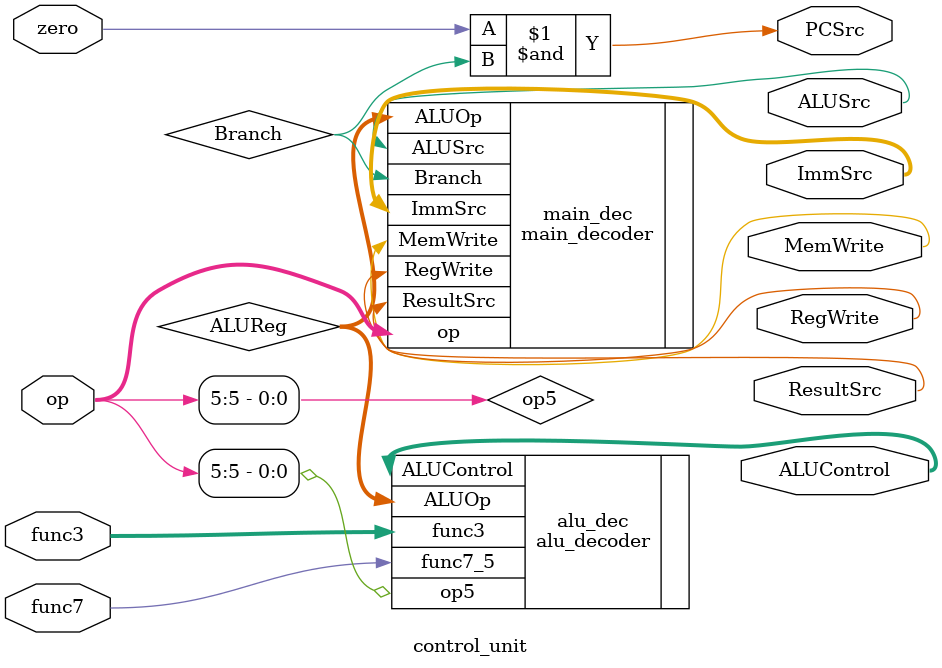
<source format=v>
`include "main_decoder.v"
`include "alu_decoder.v"
module control_unit(zero, op, func3, func7, PCSrc, RegWrite, ALUSrc, MemWrite, ResultSrc, ImmSrc, ALUControl);

    input zero, func7;
    input [6:0] op;
    input [2:0] func3;

    output PCSrc, RegWrite, ALUSrc, MemWrite, ResultSrc;
    output [1:0] ImmSrc;
    output [2:0] ALUControl;

    wire [1:0] ALUReg;
    wire op5, Branch;

    assign op5 = op[5];

    main_decoder main_dec (
        .op(op), .RegWrite(RegWrite), .ALUSrc(ALUSrc), .MemWrite(MemWrite), 
        .ResultSrc(ResultSrc), .Branch(Branch), .ImmSrc(ImmSrc), .ALUOp(ALUReg)
    );

    alu_decoder alu_dec (
        .ALUOp(ALUReg), .func3(func3), .op5(op5), .func7_5(func7), .ALUControl(ALUControl)
    );

    assign PCSrc = zero & Branch;
    

endmodule
</source>
